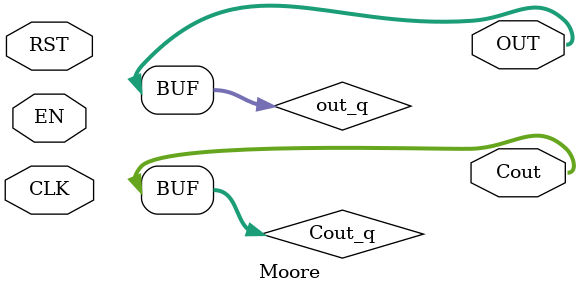
<source format=v>
`timescale 1ns / 1ps


module Moore(
    input RST,
    input EN,
    input CLK,
    output[3:0] OUT,
    output [1:0] Cout
    );
    
localparam ZERO = 2'b00, ONE  = 2'b01,
           TWO  = 2'b10, THREE= 2'b11;
    
reg [1:0] state_q, state_d;
reg [3:0] out_q, out_d;
reg [1:0] Cout_q, Cout_d;

assign OUT = out_q;
assign Cout = Cout_q;

    
always @(posedge CLK) begin
if (RST) begin
state_d <= ZERO;
out_d <= 4'b0111;
Cout_d <= 2'b00;
 

end

else if (EN == 1) begin
    case (state_q)
    
    ZERO: begin
        state_d <= ONE;
        out_d <= 4'b0111;
        Cout_d <= 2'b00;
    end
    
    ONE: begin
        state_d <= TWO;
        out_d <= 4'b1011;
        Cout_d <= 2'b01;
    end
    
    TWO: begin
        state_d <= THREE;
        out_d <= 4'b1101;
        Cout_d <= 2'b10;
    end
    
    THREE: begin
        state_d <= ZERO;
        out_d <= 4'b1110;
        Cout_d <= 2'b11;
    end
    
    default: state_q = state_d;
    endcase
end
    
else begin
state_q <= state_d;
//ff2_q <= ff2_d;
end
end
    
endmodule

</source>
